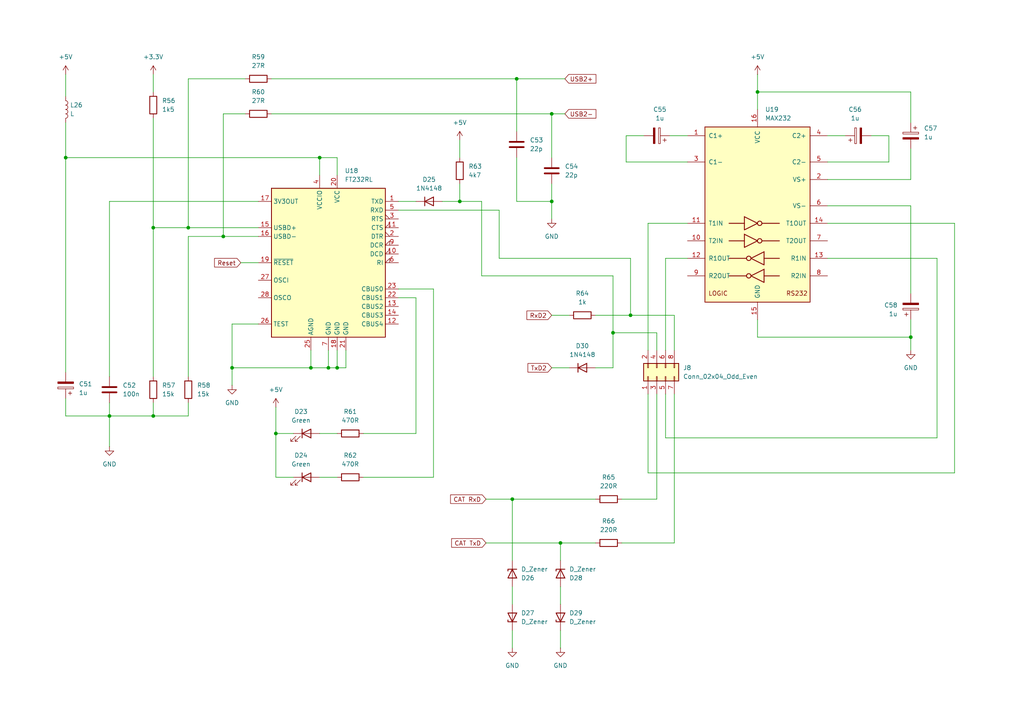
<source format=kicad_sch>
(kicad_sch (version 20231120) (generator "eeschema") (generator_version "8.0")
  (paper "A4")
  (title_block (rev "0.1"))
  (lib_symbols
    (symbol "Connector_Generic:Conn_02x04_Odd_Even" (pin_names (offset 1.016) hide)
      (property "Reference" "J" (at 1.27 5.08 0))
      (property "Value" "Conn_02x04_Odd_Even" (at 1.27 -7.62 0))
      (symbol "Conn_02x04_Odd_Even_1_1"
        (rectangle (start -1.27 -4.953) (end 0 -5.207) (stroke (width 0.1524)))
        (rectangle (start -1.27 -2.413) (end 0 -2.667) (stroke (width 0.1524)))
        (rectangle (start -1.27 0.127) (end 0 -0.127) (stroke (width 0.1524)))
        (rectangle (start -1.27 2.667) (end 0 2.413) (stroke (width 0.1524)))
        (rectangle (start -1.27 3.81) (end 3.81 -6.35) (stroke (width 0.254)) (fill (type background)))
        (rectangle (start 3.81 -4.953) (end 2.54 -5.207) (stroke (width 0.1524)))
        (rectangle (start 3.81 -2.413) (end 2.54 -2.667) (stroke (width 0.1524)))
        (rectangle (start 3.81 0.127) (end 2.54 -0.127) (stroke (width 0.1524)))
        (rectangle (start 3.81 2.667) (end 2.54 2.413) (stroke (width 0.1524)))
        (pin passive line (at -5.08 2.54 0) (length 3.81) (name "Pin_1") (number "1"))
        (pin passive line (at 7.62 2.54 180) (length 3.81) (name "Pin_2") (number "2"))
        (pin passive line (at -5.08 0 0) (length 3.81) (name "Pin_3") (number "3"))
        (pin passive line (at 7.62 0 180) (length 3.81) (name "Pin_4") (number "4"))
        (pin passive line (at -5.08 -2.54 0) (length 3.81) (name "Pin_5") (number "5"))
        (pin passive line (at 7.62 -2.54 180) (length 3.81) (name "Pin_6") (number "6"))
        (pin passive line (at -5.08 -5.08 0) (length 3.81) (name "Pin_7") (number "7"))
        (pin passive line (at 7.62 -5.08 180) (length 3.81) (name "Pin_8") (number "8"))
      )
    )
    (symbol "Device:C" (pin_numbers hide) (pin_names (offset 0.254))
      (property "Reference" "C" (at 0.635 2.54 0))
      (property "Value" "C" (at 0.635 -2.54 0))
      (symbol "C_0_1"
        (polyline (pts (xy -2.032 -0.762) (xy 2.032 -0.762)) (stroke (width 0.508)))
        (polyline (pts (xy -2.032 0.762) (xy 2.032 0.762)) (stroke (width 0.508)))
      )
      (symbol "C_1_1"
        (pin passive line (at 0 3.81 270) (length 2.794) (name "~") (number "1"))
        (pin passive line (at 0 -3.81 90) (length 2.794) (name "~") (number "2"))
      )
    )
    (symbol "Device:C_Polarized" (pin_numbers hide) (pin_names (offset 0.254))
      (property "Reference" "C" (at 0.635 2.54 0))
      (property "Value" "C_Polarized" (at 0.635 -2.54 0))
      (symbol "C_Polarized_0_1"
        (rectangle (start -2.286 0.508) (end 2.286 1.016))
        (polyline (pts (xy -1.778 2.286) (xy -0.762 2.286)))
        (polyline (pts (xy -1.27 2.794) (xy -1.27 1.778)))
        (rectangle (start 2.286 -0.508) (end -2.286 -1.016) (fill (type outline)))
      )
      (symbol "C_Polarized_1_1"
        (pin passive line (at 0 3.81 270) (length 2.794) (name "~") (number "1"))
        (pin passive line (at 0 -3.81 90) (length 2.794) (name "~") (number "2"))
      )
    )
    (symbol "Device:D_Zener" (pin_numbers hide) (pin_names (offset 1.016) hide)
      (property "Reference" "D" (at 0 2.54 0))
      (property "Value" "D_Zener" (at 0 -2.54 0))
      (symbol "D_Zener_0_1"
        (polyline (pts (xy 1.27 0) (xy -1.27 0)))
        (polyline (pts (xy -1.27 -1.27) (xy -1.27 1.27) (xy -0.762 1.27)) (stroke (width 0.254)))
        (polyline (pts (xy 1.27 -1.27) (xy 1.27 1.27) (xy -1.27 0) (xy 1.27 -1.27)) (stroke (width 0.254)))
      )
      (symbol "D_Zener_1_1"
        (pin passive line (at -3.81 0 0) (length 2.54) (name "K") (number "1"))
        (pin passive line (at 3.81 0 180) (length 2.54) (name "A") (number "2"))
      )
    )
    (symbol "Device:L" (pin_numbers hide) (pin_names (offset 1.016) hide)
      (property "Reference" "L" (at -1.27 0 90))
      (property "Value" "L" (at 1.905 0 90))
      (symbol "L_0_1"
        (arc (start 0 -2.54) (mid 0.6323 -1.905) (end 0 -1.27))
        (arc (start 0 -1.27) (mid 0.6323 -0.635) (end 0 0))
        (arc (start 0 0) (mid 0.6323 0.635) (end 0 1.27))
        (arc (start 0 1.27) (mid 0.6323 1.905) (end 0 2.54))
      )
      (symbol "L_1_1"
        (pin passive line (at 0 3.81 270) (length 1.27) (name "1") (number "1"))
        (pin passive line (at 0 -3.81 90) (length 1.27) (name "2") (number "2"))
      )
    )
    (symbol "Device:LED" (pin_numbers hide) (pin_names (offset 1.016) hide)
      (property "Reference" "D" (at 0 2.54 0))
      (property "Value" "LED" (at 0 -2.54 0))
      (symbol "LED_0_1"
        (polyline (pts (xy -1.27 -1.27) (xy -1.27 1.27)) (stroke (width 0.254)))
        (polyline (pts (xy -1.27 0) (xy 1.27 0)))
        (polyline (pts (xy 1.27 -1.27) (xy 1.27 1.27) (xy -1.27 0) (xy 1.27 -1.27)) (stroke (width 0.254)))
        (polyline (pts (xy -3.048 -0.762) (xy -4.572 -2.286) (xy -3.81 -2.286) (xy -4.572 -2.286) (xy -4.572 -1.524)))
        (polyline (pts (xy -1.778 -0.762) (xy -3.302 -2.286) (xy -2.54 -2.286) (xy -3.302 -2.286) (xy -3.302 -1.524)))
      )
      (symbol "LED_1_1"
        (pin passive line (at -3.81 0 0) (length 2.54) (name "K") (number "1"))
        (pin passive line (at 3.81 0 180) (length 2.54) (name "A") (number "2"))
      )
    )
    (symbol "Device:R" (pin_numbers hide) (pin_names (offset 0))
      (property "Reference" "R" (at 2.032 0 90))
      (property "Value" "R" (at 0 0 90))
      (symbol "R_0_1"
        (rectangle (start -1.016 -2.54) (end 1.016 2.54) (stroke (width 0.254)))
      )
      (symbol "R_1_1"
        (pin passive line (at 0 3.81 270) (length 1.27) (name "~") (number "1"))
        (pin passive line (at 0 -3.81 90) (length 1.27) (name "~") (number "2"))
      )
    )
    (symbol "Diode:1N4148" (pin_numbers hide) (pin_names hide)
      (property "Reference" "D" (at 0 2.54 0))
      (property "Value" "1N4148" (at 0 -2.54 0))
      (symbol "1N4148_0_1"
        (polyline (pts (xy -1.27 1.27) (xy -1.27 -1.27)) (stroke (width 0.254)))
        (polyline (pts (xy 1.27 0) (xy -1.27 0)))
        (polyline (pts (xy 1.27 1.27) (xy 1.27 -1.27) (xy -1.27 0) (xy 1.27 1.27)) (stroke (width 0.254)))
      )
      (symbol "1N4148_1_1"
        (pin passive line (at -3.81 0 0) (length 2.54) (name "K") (number "1"))
        (pin passive line (at 3.81 0 180) (length 2.54) (name "A") (number "2"))
      )
    )
    (symbol "Interface_UART:MAX232" (pin_names (offset 1.016))
      (property "Reference" "U" (at -2.54 28.575 0))
      (property "Value" "MAX232" (at -2.54 26.67 0))
      (symbol "MAX232_0_0"
        (text "LOGIC" (at -11.43 -22.86 0) (effects (font (size 1.27 1.27))))
        (text "RS232" (at 11.43 -22.86 0) (effects (font (size 1.27 1.27))))
      )
      (symbol "MAX232_0_1"
        (rectangle (start -15.24 -25.4) (end 15.24 25.4) (stroke (width 0.254)) (fill (type background)))
        (circle (center -2.54 -17.78) (radius 0.635) (stroke (width 0.254)))
        (circle (center -2.54 -12.7) (radius 0.635) (stroke (width 0.254)))
        (polyline (pts (xy -3.81 -7.62) (xy -8.255 -7.62)) (stroke (width 0.254)))
        (polyline (pts (xy -3.81 -2.54) (xy -8.255 -2.54)) (stroke (width 0.254)))
        (polyline (pts (xy -3.175 -17.78) (xy -8.255 -17.78)) (stroke (width 0.254)))
        (polyline (pts (xy -3.175 -12.7) (xy -8.255 -12.7)) (stroke (width 0.254)))
        (polyline (pts (xy 1.27 -7.62) (xy 6.35 -7.62)) (stroke (width 0.254)))
        (polyline (pts (xy 1.27 -2.54) (xy 6.35 -2.54)) (stroke (width 0.254)))
        (polyline (pts (xy 1.905 -17.78) (xy 6.35 -17.78)) (stroke (width 0.254)))
        (polyline (pts (xy 1.905 -12.7) (xy 6.35 -12.7)) (stroke (width 0.254)))
        (polyline (pts (xy -3.81 -5.715) (xy -3.81 -9.525) (xy 0 -7.62) (xy -3.81 -5.715)) (stroke (width 0.254)))
        (polyline (pts (xy -3.81 -0.635) (xy -3.81 -4.445) (xy 0 -2.54) (xy -3.81 -0.635)) (stroke (width 0.254)))
        (polyline (pts (xy 1.905 -15.875) (xy 1.905 -19.685) (xy -1.905 -17.78) (xy 1.905 -15.875)) (stroke (width 0.254)))
        (polyline (pts (xy 1.905 -10.795) (xy 1.905 -14.605) (xy -1.905 -12.7) (xy 1.905 -10.795)) (stroke (width 0.254)))
        (circle (center 0.635 -7.62) (radius 0.635) (stroke (width 0.254)))
        (circle (center 0.635 -2.54) (radius 0.635) (stroke (width 0.254)))
      )
      (symbol "MAX232_1_1"
        (pin passive line (at -20.32 22.86 0) (length 5.08) (name "C1+") (number "1"))
        (pin input line (at -20.32 -7.62 0) (length 5.08) (name "T2IN") (number "10"))
        (pin input line (at -20.32 -2.54 0) (length 5.08) (name "T1IN") (number "11"))
        (pin output line (at -20.32 -12.7 0) (length 5.08) (name "R1OUT") (number "12"))
        (pin input line (at 20.32 -12.7 180) (length 5.08) (name "R1IN") (number "13"))
        (pin output line (at 20.32 -2.54 180) (length 5.08) (name "T1OUT") (number "14"))
        (pin power_in line (at 0 -30.48 90) (length 5.08) (name "GND") (number "15"))
        (pin power_in line (at 0 30.48 270) (length 5.08) (name "VCC") (number "16"))
        (pin power_out line (at 20.32 10.16 180) (length 5.08) (name "VS+") (number "2"))
        (pin passive line (at -20.32 15.24 0) (length 5.08) (name "C1-") (number "3"))
        (pin passive line (at 20.32 22.86 180) (length 5.08) (name "C2+") (number "4"))
        (pin passive line (at 20.32 15.24 180) (length 5.08) (name "C2-") (number "5"))
        (pin power_out line (at 20.32 2.54 180) (length 5.08) (name "VS-") (number "6"))
        (pin output line (at 20.32 -7.62 180) (length 5.08) (name "T2OUT") (number "7"))
        (pin input line (at 20.32 -17.78 180) (length 5.08) (name "R2IN") (number "8"))
        (pin output line (at -20.32 -17.78 0) (length 5.08) (name "R2OUT") (number "9"))
      )
    )
    (symbol "Interface_USB:FT232RL"
      (property "Reference" "U" (at -16.51 22.86 0))
      (property "Value" "FT232RL" (at 10.16 22.86 0))
      (symbol "FT232RL_0_1"
        (rectangle (start -16.51 21.59) (end 16.51 -21.59) (stroke (width 0.254)) (fill (type background)))
      )
      (symbol "FT232RL_1_1"
        (pin output line (at 20.32 17.78 180) (length 3.81) (name "TXD") (number "1"))
        (pin input input_low (at 20.32 2.54 180) (length 3.81) (name "DCD") (number "10"))
        (pin input input_low (at 20.32 10.16 180) (length 3.81) (name "CTS") (number "11"))
        (pin bidirectional line (at 20.32 -17.78 180) (length 3.81) (name "CBUS4") (number "12"))
        (pin bidirectional line (at 20.32 -12.7 180) (length 3.81) (name "CBUS2") (number "13"))
        (pin bidirectional line (at 20.32 -15.24 180) (length 3.81) (name "CBUS3") (number "14"))
        (pin bidirectional line (at -20.32 10.16 0) (length 3.81) (name "USBD+") (number "15"))
        (pin bidirectional line (at -20.32 7.62 0) (length 3.81) (name "USBD-") (number "16"))
        (pin power_out line (at -20.32 17.78 0) (length 3.81) (name "3V3OUT") (number "17"))
        (pin power_in line (at 2.54 -25.4 90) (length 3.81) (name "GND") (number "18"))
        (pin input line (at -20.32 0 0) (length 3.81) (name "~{RESET}") (number "19"))
        (pin output output_low (at 20.32 7.62 180) (length 3.81) (name "DTR") (number "2"))
        (pin power_in line (at 2.54 25.4 270) (length 3.81) (name "VCC") (number "20"))
        (pin power_in line (at 5.08 -25.4 90) (length 3.81) (name "GND") (number "21"))
        (pin bidirectional line (at 20.32 -10.16 180) (length 3.81) (name "CBUS1") (number "22"))
        (pin bidirectional line (at 20.32 -7.62 180) (length 3.81) (name "CBUS0") (number "23"))
        (pin power_in line (at -5.08 -25.4 90) (length 3.81) (name "AGND") (number "25"))
        (pin input line (at -20.32 -17.78 0) (length 3.81) (name "TEST") (number "26"))
        (pin input line (at -20.32 -5.08 0) (length 3.81) (name "OSCI") (number "27"))
        (pin output line (at -20.32 -10.16 0) (length 3.81) (name "OSCO") (number "28"))
        (pin output output_low (at 20.32 12.7 180) (length 3.81) (name "RTS") (number "3"))
        (pin power_in line (at -2.54 25.4 270) (length 3.81) (name "VCCIO") (number "4"))
        (pin input line (at 20.32 15.24 180) (length 3.81) (name "RXD") (number "5"))
        (pin input input_low (at 20.32 0 180) (length 3.81) (name "RI") (number "6"))
        (pin power_in line (at 0 -25.4 90) (length 3.81) (name "GND") (number "7"))
        (pin input input_low (at 20.32 5.08 180) (length 3.81) (name "DCR") (number "9"))
      )
    )
    (symbol "power:+3.3V" (power) (pin_numbers hide) (pin_names (offset 0) hide)
      (property "Value" "+3.3V" (at 0 3.556 0))
      (symbol "+3.3V_0_1"
        (polyline (pts (xy -0.762 1.27) (xy 0 2.54)))
        (polyline (pts (xy 0 0) (xy 0 2.54)))
        (polyline (pts (xy 0 2.54) (xy 0.762 1.27)))
      )
      (symbol "+3.3V_1_1"
        (pin power_in line (at 0 0 90) (length 0) (name "~") (number "1"))
      )
    )
    (symbol "power:+5V" (power) (pin_numbers hide) (pin_names (offset 0) hide)
      (property "Value" "+5V" (at 0 3.556 0))
      (symbol "+5V_0_1"
        (polyline (pts (xy -0.762 1.27) (xy 0 2.54)))
        (polyline (pts (xy 0 0) (xy 0 2.54)))
        (polyline (pts (xy 0 2.54) (xy 0.762 1.27)))
      )
      (symbol "+5V_1_1"
        (pin power_in line (at 0 0 90) (length 0) (name "~") (number "1"))
      )
    )
    (symbol "power:GND" (power) (pin_numbers hide) (pin_names (offset 0) hide)
      (property "Value" "GND" (at 0 -3.81 0))
      (symbol "GND_0_1"
        (polyline (pts (xy 0 0) (xy 0 -1.27) (xy 1.27 -1.27) (xy 0 -2.54) (xy -1.27 -1.27) (xy 0 -1.27)))
      )
      (symbol "GND_1_1"
        (pin power_in line (at 0 0 270) (length 0) (name "~") (number "1"))
      )
    )
  )
  (junction (at 160.02 33.02))
  (junction (at 92.71 45.72))
  (junction (at 44.45 66.04))
  (junction (at 19.05 45.72))
  (junction (at 219.71 26.67))
  (junction (at 90.17 106.68))
  (junction (at 64.77 68.58))
  (junction (at 54.61 66.04))
  (junction (at 149.86 22.86))
  (junction (at 97.79 106.68))
  (junction (at 95.25 106.68))
  (junction (at 182.88 91.44))
  (junction (at 264.16 97.79))
  (junction (at 162.56 157.48))
  (junction (at 67.31 106.68))
  (junction (at 177.8 96.52))
  (junction (at 31.75 120.65))
  (junction (at 148.59 144.78))
  (junction (at 160.02 58.42))
  (junction (at 80.01 125.73))
  (junction (at 133.35 58.42))
  (junction (at 44.45 120.65))
  (wire (pts (xy 271.78 127) (xy 193.04 127)))
  (wire (pts (xy 54.61 22.86) (xy 54.61 66.04)))
  (wire (pts (xy 31.75 116.84) (xy 31.75 120.65)))
  (wire (pts (xy 264.16 52.07) (xy 264.16 43.18)))
  (wire (pts (xy 78.74 22.86) (xy 149.86 22.86)))
  (wire (pts (xy 128.27 58.42) (xy 133.35 58.42)))
  (wire (pts (xy 240.03 39.37) (xy 245.11 39.37)))
  (wire (pts (xy 181.61 46.99) (xy 199.39 46.99)))
  (wire (pts (xy 182.88 74.93) (xy 182.88 91.44)))
  (wire (pts (xy 64.77 33.02) (xy 64.77 68.58)))
  (wire (pts (xy 149.86 22.86) (xy 149.86 38.1)))
  (wire (pts (xy 140.97 157.48) (xy 162.56 157.48)))
  (wire (pts (xy 264.16 97.79) (xy 264.16 92.71)))
  (wire (pts (xy 177.8 80.01) (xy 139.7 80.01)))
  (wire (pts (xy 264.16 26.67) (xy 264.16 35.56)))
  (wire (pts (xy 190.5 101.6) (xy 190.5 96.52)))
  (wire (pts (xy 97.79 50.8) (xy 97.79 45.72)))
  (wire (pts (xy 71.12 33.02) (xy 64.77 33.02)))
  (wire (pts (xy 172.72 91.44) (xy 182.88 91.44)))
  (wire (pts (xy 193.04 74.93) (xy 199.39 74.93)))
  (wire (pts (xy 187.96 64.77) (xy 187.96 101.6)))
  (wire (pts (xy 148.59 170.18) (xy 148.59 175.26)))
  (wire (pts (xy 44.45 34.29) (xy 44.45 66.04)))
  (wire (pts (xy 105.41 138.43) (xy 125.73 138.43)))
  (wire (pts (xy 160.02 33.02) (xy 163.83 33.02)))
  (wire (pts (xy 78.74 33.02) (xy 160.02 33.02)))
  (wire (pts (xy 90.17 106.68) (xy 95.25 106.68)))
  (wire (pts (xy 148.59 144.78) (xy 148.59 162.56)))
  (wire (pts (xy 133.35 40.64) (xy 133.35 45.72)))
  (wire (pts (xy 44.45 120.65) (xy 54.61 120.65)))
  (wire (pts (xy 54.61 120.65) (xy 54.61 116.84)))
  (wire (pts (xy 271.78 74.93) (xy 271.78 127)))
  (wire (pts (xy 44.45 21.59) (xy 44.45 26.67)))
  (wire (pts (xy 115.57 58.42) (xy 120.65 58.42)))
  (wire (pts (xy 182.88 91.44) (xy 195.58 91.44)))
  (wire (pts (xy 264.16 97.79) (xy 219.71 97.79)))
  (wire (pts (xy 19.05 120.65) (xy 31.75 120.65)))
  (wire (pts (xy 160.02 91.44) (xy 165.1 91.44)))
  (wire (pts (xy 31.75 120.65) (xy 44.45 120.65)))
  (wire (pts (xy 19.05 35.56) (xy 19.05 45.72)))
  (wire (pts (xy 264.16 97.79) (xy 264.16 101.6)))
  (wire (pts (xy 125.73 83.82) (xy 115.57 83.82)))
  (wire (pts (xy 172.72 144.78) (xy 148.59 144.78)))
  (wire (pts (xy 19.05 45.72) (xy 92.71 45.72)))
  (wire (pts (xy 148.59 182.88) (xy 148.59 187.96)))
  (wire (pts (xy 71.12 22.86) (xy 54.61 22.86)))
  (wire (pts (xy 162.56 170.18) (xy 162.56 175.26)))
  (wire (pts (xy 120.65 125.73) (xy 120.65 86.36)))
  (wire (pts (xy 90.17 101.6) (xy 90.17 106.68)))
  (wire (pts (xy 97.79 106.68) (xy 100.33 106.68)))
  (wire (pts (xy 172.72 157.48) (xy 162.56 157.48)))
  (wire (pts (xy 19.05 21.59) (xy 19.05 27.94)))
  (wire (pts (xy 97.79 45.72) (xy 92.71 45.72)))
  (wire (pts (xy 162.56 182.88) (xy 162.56 187.96)))
  (wire (pts (xy 149.86 22.86) (xy 163.83 22.86)))
  (wire (pts (xy 85.09 125.73) (xy 80.01 125.73)))
  (wire (pts (xy 85.09 138.43) (xy 80.01 138.43)))
  (wire (pts (xy 160.02 106.68) (xy 165.1 106.68)))
  (wire (pts (xy 190.5 114.3) (xy 190.5 144.78)))
  (wire (pts (xy 240.03 46.99) (xy 257.81 46.99)))
  (wire (pts (xy 149.86 45.72) (xy 149.86 58.42)))
  (wire (pts (xy 140.97 144.78) (xy 148.59 144.78)))
  (wire (pts (xy 195.58 91.44) (xy 195.58 101.6)))
  (wire (pts (xy 133.35 58.42) (xy 133.35 53.34)))
  (wire (pts (xy 186.69 39.37) (xy 181.61 39.37)))
  (wire (pts (xy 31.75 58.42) (xy 31.75 109.22)))
  (wire (pts (xy 160.02 33.02) (xy 160.02 45.72)))
  (wire (pts (xy 31.75 120.65) (xy 31.75 129.54)))
  (wire (pts (xy 264.16 59.69) (xy 264.16 85.09)))
  (wire (pts (xy 125.73 138.43) (xy 125.73 83.82)))
  (wire (pts (xy 95.25 106.68) (xy 97.79 106.68)))
  (wire (pts (xy 100.33 106.68) (xy 100.33 101.6)))
  (wire (pts (xy 139.7 80.01) (xy 139.7 58.42)))
  (wire (pts (xy 115.57 60.96) (xy 144.78 60.96)))
  (wire (pts (xy 74.93 68.58) (xy 64.77 68.58)))
  (wire (pts (xy 190.5 144.78) (xy 180.34 144.78)))
  (wire (pts (xy 240.03 74.93) (xy 271.78 74.93)))
  (wire (pts (xy 97.79 138.43) (xy 92.71 138.43)))
  (wire (pts (xy 240.03 64.77) (xy 276.86 64.77)))
  (wire (pts (xy 187.96 64.77) (xy 199.39 64.77)))
  (wire (pts (xy 144.78 74.93) (xy 182.88 74.93)))
  (wire (pts (xy 219.71 21.59) (xy 219.71 26.67)))
  (wire (pts (xy 240.03 52.07) (xy 264.16 52.07)))
  (wire (pts (xy 95.25 101.6) (xy 95.25 106.68)))
  (wire (pts (xy 276.86 64.77) (xy 276.86 137.16)))
  (wire (pts (xy 194.31 39.37) (xy 199.39 39.37)))
  (wire (pts (xy 177.8 96.52) (xy 177.8 80.01)))
  (wire (pts (xy 257.81 39.37) (xy 252.73 39.37)))
  (wire (pts (xy 74.93 66.04) (xy 54.61 66.04)))
  (wire (pts (xy 67.31 93.98) (xy 67.31 106.68)))
  (wire (pts (xy 133.35 58.42) (xy 139.7 58.42)))
  (wire (pts (xy 257.81 46.99) (xy 257.81 39.37)))
  (wire (pts (xy 276.86 137.16) (xy 187.96 137.16)))
  (wire (pts (xy 64.77 68.58) (xy 54.61 68.58)))
  (wire (pts (xy 193.04 74.93) (xy 193.04 101.6)))
  (wire (pts (xy 219.71 31.75) (xy 219.71 26.67)))
  (wire (pts (xy 219.71 92.71) (xy 219.71 97.79)))
  (wire (pts (xy 172.72 106.68) (xy 177.8 106.68)))
  (wire (pts (xy 54.61 68.58) (xy 54.61 109.22)))
  (wire (pts (xy 19.05 107.95) (xy 19.05 45.72)))
  (wire (pts (xy 31.75 58.42) (xy 74.93 58.42)))
  (wire (pts (xy 44.45 66.04) (xy 44.45 109.22)))
  (wire (pts (xy 92.71 45.72) (xy 92.71 50.8)))
  (wire (pts (xy 195.58 114.3) (xy 195.58 157.48)))
  (wire (pts (xy 80.01 125.73) (xy 80.01 118.11)))
  (wire (pts (xy 80.01 138.43) (xy 80.01 125.73)))
  (wire (pts (xy 105.41 125.73) (xy 120.65 125.73)))
  (wire (pts (xy 97.79 125.73) (xy 92.71 125.73)))
  (wire (pts (xy 160.02 58.42) (xy 160.02 63.5)))
  (wire (pts (xy 240.03 59.69) (xy 264.16 59.69)))
  (wire (pts (xy 219.71 26.67) (xy 264.16 26.67)))
  (wire (pts (xy 74.93 93.98) (xy 67.31 93.98)))
  (wire (pts (xy 195.58 157.48) (xy 180.34 157.48)))
  (wire (pts (xy 160.02 53.34) (xy 160.02 58.42)))
  (wire (pts (xy 97.79 101.6) (xy 97.79 106.68)))
  (wire (pts (xy 190.5 96.52) (xy 177.8 96.52)))
  (wire (pts (xy 67.31 106.68) (xy 67.31 111.76)))
  (wire (pts (xy 67.31 106.68) (xy 90.17 106.68)))
  (wire (pts (xy 177.8 106.68) (xy 177.8 96.52)))
  (wire (pts (xy 149.86 58.42) (xy 160.02 58.42)))
  (wire (pts (xy 44.45 116.84) (xy 44.45 120.65)))
  (wire (pts (xy 19.05 115.57) (xy 19.05 120.65)))
  (wire (pts (xy 69.85 76.2) (xy 74.93 76.2)))
  (wire (pts (xy 162.56 157.48) (xy 162.56 162.56)))
  (wire (pts (xy 144.78 60.96) (xy 144.78 74.93)))
  (wire (pts (xy 193.04 127) (xy 193.04 114.3)))
  (wire (pts (xy 120.65 86.36) (xy 115.57 86.36)))
  (wire (pts (xy 187.96 114.3) (xy 187.96 137.16)))
  (wire (pts (xy 54.61 66.04) (xy 44.45 66.04)))
  (wire (pts (xy 181.61 39.37) (xy 181.61 46.99)))
  (global_label "USB2+" (shape input) (at 163.83 22.86 0) (property "Intersheetrefs" "${INTERSHEET_REFS}" (effects (hide yes))))
  (global_label "RxD2" (shape input) (at 160.02 91.44 180) (property "Intersheetrefs" "${INTERSHEET_REFS}" (effects (hide yes))))
  (global_label "CAT TxD" (shape input) (at 140.97 157.48 180) (property "Intersheetrefs" "${INTERSHEET_REFS}" (effects (hide yes))))
  (global_label "TxD2" (shape input) (at 160.02 106.68 180) (property "Intersheetrefs" "${INTERSHEET_REFS}" (effects (hide yes))))
  (global_label "USB2-" (shape input) (at 163.83 33.02 0) (property "Intersheetrefs" "${INTERSHEET_REFS}" (effects (hide yes))))
  (global_label "Reset" (shape input) (at 69.85 76.2 180) (property "Intersheetrefs" "${INTERSHEET_REFS}" (effects (hide yes))))
  (global_label "CAT RxD" (shape input) (at 140.97 144.78 180) (property "Intersheetrefs" "${INTERSHEET_REFS}" (effects (hide yes))))
  (symbol (lib_id "Device:C_Polarized") (at 264.16 88.9 0) (mirror x) (unit 1)
    (property "Reference" "C58" (at 260.35 88.5189 0) (effects (justify right)))
    (property "Value" "1u" (at 260.35 91.0589 0) (effects (justify right)))
    (property "Footprint" "Capacitor_SMD:CP_Elec_4x5.4" (effects (hide yes)))
    (property "Description" "Polarized capacitor" (effects (hide yes)))
    (property "MPN" "C3348" (effects (hide yes)))
  )
  (symbol (lib_id "Diode:1N4148") (at 124.46 58.42 0) (unit 1)
    (property "Reference" "D25" (at 124.46 52.07 0))
    (property "Value" "1N4148" (at 124.46 54.61 0))
    (property "Footprint" "Diode_SMD:D_SOD-523" (effects (hide yes)))
    (property "Datasheet" "https://assets.nexperia.com/documents/data-sheet/1N4148_1N4448.pdf" (effects (hide yes)))
    (property "Description" "100V 0.15A standard switching diode, DO-35" (effects (hide yes)))
    (property "Sim.Device" "D" (effects (hide yes)))
    (property "Sim.Pins" "1=K 2=A" (effects (hide yes)))
  )
  (symbol (lib_id "Diode:1N4148") (at 168.91 106.68 0) (unit 1)
    (property "Reference" "D30" (at 168.91 100.33 0))
    (property "Value" "1N4148" (at 168.91 102.87 0))
    (property "Footprint" "Diode_SMD:D_SOD-523" (effects (hide yes)))
    (property "Datasheet" "https://assets.nexperia.com/documents/data-sheet/1N4148_1N4448.pdf" (effects (hide yes)))
    (property "Description" "100V 0.15A standard switching diode, DO-35" (effects (hide yes)))
    (property "Sim.Device" "D" (effects (hide yes)))
    (property "Sim.Pins" "1=K 2=A" (effects (hide yes)))
  )
  (symbol (lib_id "power:+5V") (at 19.05 21.59 0) (unit 1)
    (property "Reference" "#PWR68" (effects (hide yes)))
    (property "Value" "+5V" (at 19.05 16.51 0))
    (property "Description" "Power symbol creates a global label with name \"+5V\"" (effects (hide yes)))
  )
  (symbol (lib_id "Device:R") (at 74.93 22.86 90) (unit 1)
    (property "Reference" "R59" (at 74.93 16.51 90))
    (property "Value" "27R" (at 74.93 19.05 90))
    (property "Footprint" "Resistor_SMD:R_0201_0603Metric" (effects (hide yes)))
    (property "Description" "Resistor" (effects (hide yes)))
    (property "MPN" "C25190" (effects (hide yes)))
  )
  (symbol (lib_id "Device:R") (at 74.93 33.02 90) (unit 1)
    (property "Reference" "R60" (at 74.93 26.67 90))
    (property "Value" "27R" (at 74.93 29.21 90))
    (property "Footprint" "Resistor_SMD:R_0201_0603Metric" (effects (hide yes)))
    (property "Description" "Resistor" (effects (hide yes)))
    (property "MPN" "C25190" (effects (hide yes)))
  )
  (symbol (lib_id "Device:C_Polarized") (at 19.05 111.76 180) (unit 1)
    (property "Reference" "C51" (at 22.86 111.3789 0) (effects (justify right)))
    (property "Value" "1u" (at 22.86 113.9189 0) (effects (justify right)))
    (property "Footprint" "Capacitor_SMD:CP_Elec_4x5.4" (effects (hide yes)))
    (property "Description" "Polarized capacitor" (effects (hide yes)))
    (property "MPN" "C3348" (effects (hide yes)))
  )
  (symbol (lib_id "Device:C") (at 160.02 49.53 0) (unit 1)
    (property "Reference" "C54" (at 163.83 48.2599 0) (effects (justify left)))
    (property "Value" "22p" (at 163.83 50.7999 0) (effects (justify left)))
    (property "Footprint" "Capacitor_SMD:C_0201_0603Metric" (effects (hide yes)))
    (property "Description" "Unpolarized capacitor" (effects (hide yes)))
    (property "MPN" "C1653" (effects (hide yes)))
  )
  (symbol (lib_id "Device:R") (at 101.6 125.73 270) (mirror x) (unit 1)
    (property "Reference" "R61" (at 101.6 119.38 90))
    (property "Value" "470R" (at 101.6 121.92 90))
    (property "Footprint" "Resistor_SMD:R_0201_0603Metric" (effects (hide yes)))
    (property "Description" "Resistor" (effects (hide yes)))
    (property "MPN" "C23179" (effects (hide yes)))
  )
  (symbol (lib_id "power:GND") (at 162.56 187.96 0) (unit 1)
    (property "Reference" "#PWR76" (effects (hide yes)))
    (property "Value" "GND" (at 162.56 193.04 0))
    (property "Description" "Power symbol creates a global label with name \"GND\" , ground" (effects (hide yes)))
  )
  (symbol (lib_id "power:GND") (at 148.59 187.96 0) (unit 1)
    (property "Reference" "#PWR74" (effects (hide yes)))
    (property "Value" "GND" (at 148.59 193.04 0))
    (property "Description" "Power symbol creates a global label with name \"GND\" , ground" (effects (hide yes)))
  )
  (symbol (lib_id "Connector_Generic:Conn_02x04_Odd_Even") (at 190.5 109.22 90) (unit 1)
    (property "Reference" "J8" (at 198.12 106.6799 90) (effects (justify right)))
    (property "Value" "Conn_02x04_Odd_Even" (at 198.12 109.2199 90) (effects (justify right)))
    (property "Footprint" "Connector_PinHeader_2.54mm:PinHeader_2x04_P2.54mm_Vertical" (effects (hide yes)))
    (property "Description" "Generic connector, double row, 02x04, odd/even pin numbering scheme (row 1 odd numbers, row 2 even numbers), script generated (kicad-library-utils/schlib/autogen/connector/)" (effects (hide yes)))
  )
  (symbol (lib_id "Device:D_Zener") (at 162.56 166.37 90) (mirror x) (unit 1)
    (property "Reference" "D28" (at 165.1 167.6401 90) (effects (justify right)))
    (property "Value" "D_Zener" (at 165.1 165.1001 90) (effects (justify right)))
    (property "Footprint" "Package_TO_SOT_SMD:SOT-23_Handsoldering" (effects (hide yes)))
    (property "Description" "Zener diode" (effects (hide yes)))
  )
  (symbol (lib_id "power:+5V") (at 133.35 40.64 0) (unit 1)
    (property "Reference" "#PWR73" (effects (hide yes)))
    (property "Value" "+5V" (at 133.35 35.56 0))
    (property "Description" "Power symbol creates a global label with name \"+5V\"" (effects (hide yes)))
  )
  (symbol (lib_id "power:+3.3V") (at 44.45 21.59 0) (unit 1)
    (property "Reference" "#PWR70" (effects (hide yes)))
    (property "Value" "+3.3V" (at 44.45 16.51 0))
    (property "Description" "Power symbol creates a global label with name \"+3.3V\"" (effects (hide yes)))
  )
  (symbol (lib_id "Device:D_Zener") (at 148.59 166.37 90) (mirror x) (unit 1)
    (property "Reference" "D26" (at 151.13 167.6401 90) (effects (justify right)))
    (property "Value" "D_Zener" (at 151.13 165.1001 90) (effects (justify right)))
    (property "Footprint" "Package_TO_SOT_SMD:SOT-23_Handsoldering" (effects (hide yes)))
    (property "Description" "Zener diode" (effects (hide yes)))
  )
  (symbol (lib_id "power:GND") (at 67.31 111.76 0) (unit 1)
    (property "Reference" "#PWR71" (effects (hide yes)))
    (property "Value" "GND" (at 67.31 116.84 0))
    (property "Description" "Power symbol creates a global label with name \"GND\" , ground" (effects (hide yes)))
  )
  (symbol (lib_id "power:+5V") (at 219.71 21.59 0) (unit 1)
    (property "Reference" "#PWR77" (effects (hide yes)))
    (property "Value" "+5V" (at 219.71 16.51 0))
    (property "Description" "Power symbol creates a global label with name \"+5V\"" (effects (hide yes)))
  )
  (symbol (lib_id "Device:R") (at 168.91 91.44 90) (unit 1)
    (property "Reference" "R64" (at 168.91 85.09 90))
    (property "Value" "1k" (at 168.91 87.63 90))
    (property "Footprint" "Resistor_SMD:R_0201_0603Metric" (effects (hide yes)))
    (property "Description" "Resistor" (effects (hide yes)))
    (property "MPN" "C14676" (effects (hide yes)))
  )
  (symbol (lib_id "Device:C_Polarized") (at 248.92 39.37 90) (unit 1)
    (property "Reference" "C56" (at 248.031 31.75 90))
    (property "Value" "1u" (at 248.031 34.29 90))
    (property "Footprint" "Capacitor_SMD:CP_Elec_4x5.4" (effects (hide yes)))
    (property "Description" "Polarized capacitor" (effects (hide yes)))
    (property "MPN" "C3348" (effects (hide yes)))
  )
  (symbol (lib_id "Device:D_Zener") (at 162.56 179.07 90) (unit 1)
    (property "Reference" "D29" (at 165.1 177.7999 90) (effects (justify right)))
    (property "Value" "D_Zener" (at 165.1 180.3399 90) (effects (justify right)))
    (property "Footprint" "Package_TO_SOT_SMD:SOT-23_Handsoldering" (effects (hide yes)))
    (property "Description" "Zener diode" (effects (hide yes)))
  )
  (symbol (lib_id "power:GND") (at 264.16 101.6 0) (unit 1)
    (property "Reference" "#PWR78" (effects (hide yes)))
    (property "Value" "GND" (at 264.16 106.68 0))
    (property "Description" "Power symbol creates a global label with name \"GND\" , ground" (effects (hide yes)))
  )
  (symbol (lib_id "Interface_USB:FT232RL") (at 95.25 76.2 0) (unit 1)
    (property "Reference" "U18" (at 99.9841 49.53 0) (effects (justify left)))
    (property "Value" "FT232RL" (at 99.9841 52.07 0) (effects (justify left)))
    (property "Footprint" "Package_SO:SSOP-28_5.3x10.2mm_P0.65mm" (effects (hide yes)))
    (property "Datasheet" "https://www.ftdichip.com/Support/Documents/DataSheets/ICs/DS_FT232R.pdf" (effects (hide yes)))
    (property "Description" "USB to Serial Interface, SSOP-28" (effects (hide yes)))
  )
  (symbol (lib_id "power:GND") (at 31.75 129.54 0) (unit 1)
    (property "Reference" "#PWR69" (effects (hide yes)))
    (property "Value" "GND" (at 31.75 134.62 0))
    (property "Description" "Power symbol creates a global label with name \"GND\" , ground" (effects (hide yes)))
  )
  (symbol (lib_id "Interface_UART:MAX232") (at 219.71 62.23 0) (unit 1)
    (property "Reference" "U19" (at 221.9041 31.75 0) (effects (justify left)))
    (property "Value" "MAX232" (at 221.9041 34.29 0) (effects (justify left)))
    (property "Footprint" "Package_SO:SOP-16_3.9x9.9mm_P1.27mm" (effects (hide yes)))
    (property "Datasheet" "http://www.ti.com/lit/ds/symlink/max232.pdf" (effects (hide yes)))
    (property "Description" "Dual RS232 driver/receiver, 5V supply, 120kb/s, 0C-70C" (effects (hide yes)))
    (property "MPN" "C5342103" (effects (hide yes)))
  )
  (symbol (lib_id "Device:LED") (at 88.9 125.73 0) (unit 1)
    (property "Reference" "D23" (at 87.3125 119.38 0))
    (property "Value" "Green" (at 87.3125 121.92 0))
    (property "Footprint" "MyFootprints:2-pin JST LED" (effects (hide yes)))
    (property "Description" "Light emitting diode" (effects (hide yes)))
  )
  (symbol (lib_id "Device:C") (at 149.86 41.91 0) (unit 1)
    (property "Reference" "C53" (at 153.67 40.6399 0) (effects (justify left)))
    (property "Value" "22p" (at 153.67 43.1799 0) (effects (justify left)))
    (property "Footprint" "Capacitor_SMD:C_0201_0603Metric" (effects (hide yes)))
    (property "Description" "Unpolarized capacitor" (effects (hide yes)))
    (property "MPN" "C1653" (effects (hide yes)))
  )
  (symbol (lib_id "Device:R") (at 176.53 144.78 90) (unit 1)
    (property "Reference" "R65" (at 176.53 138.43 90))
    (property "Value" "220R" (at 176.53 140.97 90))
    (property "Footprint" "Resistor_SMD:R_0201_0603Metric" (effects (hide yes)))
    (property "Description" "Resistor" (effects (hide yes)))
    (property "MPN" "C1226 " (effects (hide yes)))
  )
  (symbol (lib_id "Device:R") (at 133.35 49.53 0) (unit 1)
    (property "Reference" "R63" (at 135.89 48.2599 0) (effects (justify left)))
    (property "Value" "4k7" (at 135.89 50.7999 0) (effects (justify left)))
    (property "Footprint" "Resistor_SMD:R_0201_0603Metric" (effects (hide yes)))
    (property "Description" "Resistor" (effects (hide yes)))
    (property "MPN" "C23162" (effects (hide yes)))
  )
  (symbol (lib_id "Device:L") (at 19.05 31.75 0) (unit 1)
    (property "Reference" "L26" (at 20.32 30.4799 0) (effects (justify left)))
    (property "Value" "L" (at 20.32 33.0199 0) (effects (justify left)))
    (property "Footprint" "Inductor_SMD:L_1206_3216Metric_Pad1.22x1.90mm_HandSolder" (effects (hide yes)))
    (property "Description" "Inductor" (effects (hide yes)))
  )
  (symbol (lib_id "Device:R") (at 44.45 113.03 0) (unit 1)
    (property "Reference" "R57" (at 46.99 111.7599 0) (effects (justify left)))
    (property "Value" "15k" (at 46.99 114.2999 0) (effects (justify left)))
    (property "Footprint" "Resistor_SMD:R_0201_0603Metric" (effects (hide yes)))
    (property "Description" "Resistor" (effects (hide yes)))
    (property "MPN" "C22809" (effects (hide yes)))
  )
  (symbol (lib_id "power:+5V") (at 80.01 118.11 0) (mirror y) (unit 1)
    (property "Reference" "#PWR72" (effects (hide yes)))
    (property "Value" "+5V" (at 80.01 113.03 0))
    (property "Description" "Power symbol creates a global label with name \"+5V\"" (effects (hide yes)))
  )
  (symbol (lib_id "Device:D_Zener") (at 148.59 179.07 90) (unit 1)
    (property "Reference" "D27" (at 151.13 177.7999 90) (effects (justify right)))
    (property "Value" "D_Zener" (at 151.13 180.3399 90) (effects (justify right)))
    (property "Footprint" "Package_TO_SOT_SMD:SOT-23_Handsoldering" (effects (hide yes)))
    (property "Description" "Zener diode" (effects (hide yes)))
  )
  (symbol (lib_id "power:GND") (at 160.02 63.5 0) (unit 1)
    (property "Reference" "#PWR75" (effects (hide yes)))
    (property "Value" "GND" (at 160.02 68.58 0))
    (property "Description" "Power symbol creates a global label with name \"GND\" , ground" (effects (hide yes)))
  )
  (symbol (lib_id "Device:R") (at 176.53 157.48 90) (unit 1)
    (property "Reference" "R66" (at 176.53 151.13 90))
    (property "Value" "220R" (at 176.53 153.67 90))
    (property "Footprint" "Resistor_SMD:R_0201_0603Metric" (effects (hide yes)))
    (property "Description" "Resistor" (effects (hide yes)))
    (property "MPN" "C1226 " (effects (hide yes)))
  )
  (symbol (lib_id "Device:LED") (at 88.9 138.43 0) (unit 1)
    (property "Reference" "D24" (at 87.3125 132.08 0))
    (property "Value" "Green" (at 87.3125 134.62 0))
    (property "Footprint" "MyFootprints:2-pin JST LED" (effects (hide yes)))
    (property "Description" "Light emitting diode" (effects (hide yes)))
  )
  (symbol (lib_id "Device:R") (at 54.61 113.03 0) (unit 1)
    (property "Reference" "R58" (at 57.15 111.7599 0) (effects (justify left)))
    (property "Value" "15k" (at 57.15 114.2999 0) (effects (justify left)))
    (property "Footprint" "Resistor_SMD:R_0201_0603Metric" (effects (hide yes)))
    (property "Description" "Resistor" (effects (hide yes)))
    (property "MPN" "C22809" (effects (hide yes)))
  )
  (symbol (lib_id "Device:R") (at 44.45 30.48 0) (unit 1)
    (property "Reference" "R56" (at 46.99 29.2099 0) (effects (justify left)))
    (property "Value" "1k5" (at 46.99 31.7499 0) (effects (justify left)))
    (property "Footprint" "Resistor_SMD:R_0201_0603Metric" (effects (hide yes)))
    (property "Description" "Resistor" (effects (hide yes)))
    (property "MPN" "C22843" (effects (hide yes)))
  )
  (symbol (lib_id "Device:R") (at 101.6 138.43 270) (mirror x) (unit 1)
    (property "Reference" "R62" (at 101.6 132.08 90))
    (property "Value" "470R" (at 101.6 134.62 90))
    (property "Footprint" "Resistor_SMD:R_0201_0603Metric" (effects (hide yes)))
    (property "Description" "Resistor" (effects (hide yes)))
    (property "MPN" "C23179" (effects (hide yes)))
  )
  (symbol (lib_id "Device:C_Polarized") (at 190.5 39.37 270) (mirror x) (unit 1)
    (property "Reference" "C55" (at 191.389 31.75 90))
    (property "Value" "1u" (at 191.389 34.29 90))
    (property "Footprint" "Capacitor_SMD:CP_Elec_4x5.4" (effects (hide yes)))
    (property "Description" "Polarized capacitor" (effects (hide yes)))
    (property "MPN" "C3348" (effects (hide yes)))
  )
  (symbol (lib_id "Device:C") (at 31.75 113.03 0) (unit 1)
    (property "Reference" "C52" (at 35.56 111.7599 0) (effects (justify left)))
    (property "Value" "100n" (at 35.56 114.2999 0) (effects (justify left)))
    (property "Footprint" "Capacitor_SMD:C_0201_0603Metric" (effects (hide yes)))
    (property "Description" "Unpolarized capacitor" (effects (hide yes)))
    (property "MPN" "C1590" (effects (hide yes)))
  )
  (symbol (lib_id "Device:C_Polarized") (at 264.16 39.37 0) (mirror y) (unit 1)
    (property "Reference" "C57" (at 267.97 37.2109 0) (effects (justify right)))
    (property "Value" "1u" (at 267.97 39.7509 0) (effects (justify right)))
    (property "Footprint" "Capacitor_SMD:CP_Elec_4x5.4" (effects (hide yes)))
    (property "Description" "Polarized capacitor" (effects (hide yes)))
    (property "MPN" "C3348" (effects (hide yes)))
  )
)
</source>
